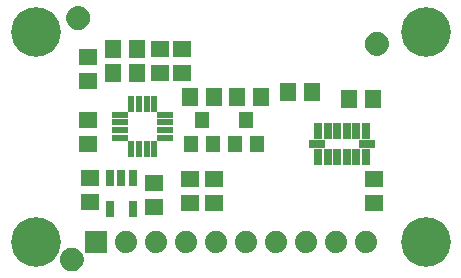
<source format=gbr>
G04 EAGLE Gerber RS-274X export*
G75*
%MOMM*%
%FSLAX34Y34*%
%LPD*%
%INSoldermask Top*%
%IPPOS*%
%AMOC8*
5,1,8,0,0,1.08239X$1,22.5*%
G01*
%ADD10R,1.403200X0.503200*%
%ADD11R,0.503200X1.403200*%
%ADD12R,0.703200X1.403200*%
%ADD13R,1.403200X0.703200*%
%ADD14R,1.503200X1.403200*%
%ADD15R,1.403200X1.503200*%
%ADD16R,0.753200X1.403200*%
%ADD17R,1.203200X1.403200*%
%ADD18R,1.879600X1.879600*%
%ADD19C,1.879600*%
%ADD20C,1.203200*%
%ADD21C,0.500000*%
%ADD22C,4.203200*%


D10*
X-93620Y19180D03*
X-93620Y12680D03*
X-93620Y6180D03*
X-93620Y-320D03*
D11*
X-84370Y-9570D03*
X-77870Y-9570D03*
X-71370Y-9570D03*
X-64870Y-9570D03*
D10*
X-55620Y-320D03*
X-55620Y6180D03*
X-55620Y12680D03*
X-55620Y19180D03*
D11*
X-64870Y28430D03*
X-71370Y28430D03*
X-77870Y28430D03*
X-84370Y28430D03*
D12*
X74110Y5430D03*
X82110Y5430D03*
X90110Y5430D03*
X98110Y5430D03*
X106110Y5430D03*
X114110Y5430D03*
D13*
X115110Y-5570D03*
D12*
X114110Y-16570D03*
X106110Y-16570D03*
X98110Y-16570D03*
X90110Y-16570D03*
X82110Y-16570D03*
X74110Y-16570D03*
D13*
X73110Y-5570D03*
D14*
X-120620Y14590D03*
X-120620Y-5730D03*
X-120620Y47270D03*
X-120620Y67590D03*
X-41620Y74590D03*
X-41620Y54270D03*
X-59620Y74590D03*
X-59620Y54270D03*
D15*
X-99780Y74430D03*
X-79460Y74430D03*
X-79460Y54430D03*
X-99780Y54430D03*
X120540Y32430D03*
X100220Y32430D03*
X68540Y38430D03*
X48220Y38430D03*
D14*
X121380Y-55730D03*
X121380Y-35410D03*
D16*
X-83120Y-34569D03*
X-92620Y-34569D03*
X-102120Y-34569D03*
X-102120Y-60571D03*
X-83120Y-60571D03*
D14*
X-64620Y-38410D03*
X-64620Y-58730D03*
X-119620Y-54730D03*
X-119620Y-34410D03*
X-34620Y-55730D03*
X-34620Y-35410D03*
X-14620Y-55730D03*
X-14620Y-35410D03*
D17*
X12840Y14430D03*
X22340Y-5570D03*
X3340Y-5570D03*
X-24620Y14430D03*
X-15120Y-5570D03*
X-34120Y-5570D03*
D15*
X25540Y34430D03*
X5220Y34430D03*
X-34780Y34430D03*
X-14460Y34430D03*
D18*
X-114300Y-88900D03*
D19*
X-88900Y-88900D03*
X-63500Y-88900D03*
X-38100Y-88900D03*
X-12700Y-88900D03*
X12700Y-88900D03*
X38100Y-88900D03*
X63500Y-88900D03*
X88900Y-88900D03*
X114300Y-88900D03*
D20*
X123680Y79030D03*
D21*
X123680Y86530D02*
X123499Y86528D01*
X123318Y86521D01*
X123137Y86510D01*
X122956Y86495D01*
X122776Y86475D01*
X122596Y86451D01*
X122417Y86423D01*
X122239Y86390D01*
X122062Y86353D01*
X121885Y86312D01*
X121710Y86267D01*
X121535Y86217D01*
X121362Y86163D01*
X121191Y86105D01*
X121020Y86043D01*
X120852Y85976D01*
X120685Y85906D01*
X120519Y85832D01*
X120356Y85753D01*
X120195Y85671D01*
X120035Y85585D01*
X119878Y85495D01*
X119723Y85401D01*
X119570Y85304D01*
X119420Y85202D01*
X119272Y85098D01*
X119126Y84989D01*
X118984Y84878D01*
X118844Y84762D01*
X118707Y84644D01*
X118572Y84522D01*
X118441Y84397D01*
X118313Y84269D01*
X118188Y84138D01*
X118066Y84003D01*
X117948Y83866D01*
X117832Y83726D01*
X117721Y83584D01*
X117612Y83438D01*
X117508Y83290D01*
X117406Y83140D01*
X117309Y82987D01*
X117215Y82832D01*
X117125Y82675D01*
X117039Y82515D01*
X116957Y82354D01*
X116878Y82191D01*
X116804Y82025D01*
X116734Y81858D01*
X116667Y81690D01*
X116605Y81519D01*
X116547Y81348D01*
X116493Y81175D01*
X116443Y81000D01*
X116398Y80825D01*
X116357Y80648D01*
X116320Y80471D01*
X116287Y80293D01*
X116259Y80114D01*
X116235Y79934D01*
X116215Y79754D01*
X116200Y79573D01*
X116189Y79392D01*
X116182Y79211D01*
X116180Y79030D01*
X123680Y86530D02*
X123861Y86528D01*
X124042Y86521D01*
X124223Y86510D01*
X124404Y86495D01*
X124584Y86475D01*
X124764Y86451D01*
X124943Y86423D01*
X125121Y86390D01*
X125298Y86353D01*
X125475Y86312D01*
X125650Y86267D01*
X125825Y86217D01*
X125998Y86163D01*
X126169Y86105D01*
X126340Y86043D01*
X126508Y85976D01*
X126675Y85906D01*
X126841Y85832D01*
X127004Y85753D01*
X127165Y85671D01*
X127325Y85585D01*
X127482Y85495D01*
X127637Y85401D01*
X127790Y85304D01*
X127940Y85202D01*
X128088Y85098D01*
X128234Y84989D01*
X128376Y84878D01*
X128516Y84762D01*
X128653Y84644D01*
X128788Y84522D01*
X128919Y84397D01*
X129047Y84269D01*
X129172Y84138D01*
X129294Y84003D01*
X129412Y83866D01*
X129528Y83726D01*
X129639Y83584D01*
X129748Y83438D01*
X129852Y83290D01*
X129954Y83140D01*
X130051Y82987D01*
X130145Y82832D01*
X130235Y82675D01*
X130321Y82515D01*
X130403Y82354D01*
X130482Y82191D01*
X130556Y82025D01*
X130626Y81858D01*
X130693Y81690D01*
X130755Y81519D01*
X130813Y81348D01*
X130867Y81175D01*
X130917Y81000D01*
X130962Y80825D01*
X131003Y80648D01*
X131040Y80471D01*
X131073Y80293D01*
X131101Y80114D01*
X131125Y79934D01*
X131145Y79754D01*
X131160Y79573D01*
X131171Y79392D01*
X131178Y79211D01*
X131180Y79030D01*
X131178Y78849D01*
X131171Y78668D01*
X131160Y78487D01*
X131145Y78306D01*
X131125Y78126D01*
X131101Y77946D01*
X131073Y77767D01*
X131040Y77589D01*
X131003Y77412D01*
X130962Y77235D01*
X130917Y77060D01*
X130867Y76885D01*
X130813Y76712D01*
X130755Y76541D01*
X130693Y76370D01*
X130626Y76202D01*
X130556Y76035D01*
X130482Y75869D01*
X130403Y75706D01*
X130321Y75545D01*
X130235Y75385D01*
X130145Y75228D01*
X130051Y75073D01*
X129954Y74920D01*
X129852Y74770D01*
X129748Y74622D01*
X129639Y74476D01*
X129528Y74334D01*
X129412Y74194D01*
X129294Y74057D01*
X129172Y73922D01*
X129047Y73791D01*
X128919Y73663D01*
X128788Y73538D01*
X128653Y73416D01*
X128516Y73298D01*
X128376Y73182D01*
X128234Y73071D01*
X128088Y72962D01*
X127940Y72858D01*
X127790Y72756D01*
X127637Y72659D01*
X127482Y72565D01*
X127325Y72475D01*
X127165Y72389D01*
X127004Y72307D01*
X126841Y72228D01*
X126675Y72154D01*
X126508Y72084D01*
X126340Y72017D01*
X126169Y71955D01*
X125998Y71897D01*
X125825Y71843D01*
X125650Y71793D01*
X125475Y71748D01*
X125298Y71707D01*
X125121Y71670D01*
X124943Y71637D01*
X124764Y71609D01*
X124584Y71585D01*
X124404Y71565D01*
X124223Y71550D01*
X124042Y71539D01*
X123861Y71532D01*
X123680Y71530D01*
X123499Y71532D01*
X123318Y71539D01*
X123137Y71550D01*
X122956Y71565D01*
X122776Y71585D01*
X122596Y71609D01*
X122417Y71637D01*
X122239Y71670D01*
X122062Y71707D01*
X121885Y71748D01*
X121710Y71793D01*
X121535Y71843D01*
X121362Y71897D01*
X121191Y71955D01*
X121020Y72017D01*
X120852Y72084D01*
X120685Y72154D01*
X120519Y72228D01*
X120356Y72307D01*
X120195Y72389D01*
X120035Y72475D01*
X119878Y72565D01*
X119723Y72659D01*
X119570Y72756D01*
X119420Y72858D01*
X119272Y72962D01*
X119126Y73071D01*
X118984Y73182D01*
X118844Y73298D01*
X118707Y73416D01*
X118572Y73538D01*
X118441Y73663D01*
X118313Y73791D01*
X118188Y73922D01*
X118066Y74057D01*
X117948Y74194D01*
X117832Y74334D01*
X117721Y74476D01*
X117612Y74622D01*
X117508Y74770D01*
X117406Y74920D01*
X117309Y75073D01*
X117215Y75228D01*
X117125Y75385D01*
X117039Y75545D01*
X116957Y75706D01*
X116878Y75869D01*
X116804Y76035D01*
X116734Y76202D01*
X116667Y76370D01*
X116605Y76541D01*
X116547Y76712D01*
X116493Y76885D01*
X116443Y77060D01*
X116398Y77235D01*
X116357Y77412D01*
X116320Y77589D01*
X116287Y77767D01*
X116259Y77946D01*
X116235Y78126D01*
X116215Y78306D01*
X116200Y78487D01*
X116189Y78668D01*
X116182Y78849D01*
X116180Y79030D01*
D20*
X-134620Y-103570D03*
D21*
X-134620Y-96070D02*
X-134801Y-96072D01*
X-134982Y-96079D01*
X-135163Y-96090D01*
X-135344Y-96105D01*
X-135524Y-96125D01*
X-135704Y-96149D01*
X-135883Y-96177D01*
X-136061Y-96210D01*
X-136238Y-96247D01*
X-136415Y-96288D01*
X-136590Y-96333D01*
X-136765Y-96383D01*
X-136938Y-96437D01*
X-137109Y-96495D01*
X-137280Y-96557D01*
X-137448Y-96624D01*
X-137615Y-96694D01*
X-137781Y-96768D01*
X-137944Y-96847D01*
X-138105Y-96929D01*
X-138265Y-97015D01*
X-138422Y-97105D01*
X-138577Y-97199D01*
X-138730Y-97296D01*
X-138880Y-97398D01*
X-139028Y-97502D01*
X-139174Y-97611D01*
X-139316Y-97722D01*
X-139456Y-97838D01*
X-139593Y-97956D01*
X-139728Y-98078D01*
X-139859Y-98203D01*
X-139987Y-98331D01*
X-140112Y-98462D01*
X-140234Y-98597D01*
X-140352Y-98734D01*
X-140468Y-98874D01*
X-140579Y-99016D01*
X-140688Y-99162D01*
X-140792Y-99310D01*
X-140894Y-99460D01*
X-140991Y-99613D01*
X-141085Y-99768D01*
X-141175Y-99925D01*
X-141261Y-100085D01*
X-141343Y-100246D01*
X-141422Y-100409D01*
X-141496Y-100575D01*
X-141566Y-100742D01*
X-141633Y-100910D01*
X-141695Y-101081D01*
X-141753Y-101252D01*
X-141807Y-101425D01*
X-141857Y-101600D01*
X-141902Y-101775D01*
X-141943Y-101952D01*
X-141980Y-102129D01*
X-142013Y-102307D01*
X-142041Y-102486D01*
X-142065Y-102666D01*
X-142085Y-102846D01*
X-142100Y-103027D01*
X-142111Y-103208D01*
X-142118Y-103389D01*
X-142120Y-103570D01*
X-134620Y-96070D02*
X-134439Y-96072D01*
X-134258Y-96079D01*
X-134077Y-96090D01*
X-133896Y-96105D01*
X-133716Y-96125D01*
X-133536Y-96149D01*
X-133357Y-96177D01*
X-133179Y-96210D01*
X-133002Y-96247D01*
X-132825Y-96288D01*
X-132650Y-96333D01*
X-132475Y-96383D01*
X-132302Y-96437D01*
X-132131Y-96495D01*
X-131960Y-96557D01*
X-131792Y-96624D01*
X-131625Y-96694D01*
X-131459Y-96768D01*
X-131296Y-96847D01*
X-131135Y-96929D01*
X-130975Y-97015D01*
X-130818Y-97105D01*
X-130663Y-97199D01*
X-130510Y-97296D01*
X-130360Y-97398D01*
X-130212Y-97502D01*
X-130066Y-97611D01*
X-129924Y-97722D01*
X-129784Y-97838D01*
X-129647Y-97956D01*
X-129512Y-98078D01*
X-129381Y-98203D01*
X-129253Y-98331D01*
X-129128Y-98462D01*
X-129006Y-98597D01*
X-128888Y-98734D01*
X-128772Y-98874D01*
X-128661Y-99016D01*
X-128552Y-99162D01*
X-128448Y-99310D01*
X-128346Y-99460D01*
X-128249Y-99613D01*
X-128155Y-99768D01*
X-128065Y-99925D01*
X-127979Y-100085D01*
X-127897Y-100246D01*
X-127818Y-100409D01*
X-127744Y-100575D01*
X-127674Y-100742D01*
X-127607Y-100910D01*
X-127545Y-101081D01*
X-127487Y-101252D01*
X-127433Y-101425D01*
X-127383Y-101600D01*
X-127338Y-101775D01*
X-127297Y-101952D01*
X-127260Y-102129D01*
X-127227Y-102307D01*
X-127199Y-102486D01*
X-127175Y-102666D01*
X-127155Y-102846D01*
X-127140Y-103027D01*
X-127129Y-103208D01*
X-127122Y-103389D01*
X-127120Y-103570D01*
X-127122Y-103751D01*
X-127129Y-103932D01*
X-127140Y-104113D01*
X-127155Y-104294D01*
X-127175Y-104474D01*
X-127199Y-104654D01*
X-127227Y-104833D01*
X-127260Y-105011D01*
X-127297Y-105188D01*
X-127338Y-105365D01*
X-127383Y-105540D01*
X-127433Y-105715D01*
X-127487Y-105888D01*
X-127545Y-106059D01*
X-127607Y-106230D01*
X-127674Y-106398D01*
X-127744Y-106565D01*
X-127818Y-106731D01*
X-127897Y-106894D01*
X-127979Y-107055D01*
X-128065Y-107215D01*
X-128155Y-107372D01*
X-128249Y-107527D01*
X-128346Y-107680D01*
X-128448Y-107830D01*
X-128552Y-107978D01*
X-128661Y-108124D01*
X-128772Y-108266D01*
X-128888Y-108406D01*
X-129006Y-108543D01*
X-129128Y-108678D01*
X-129253Y-108809D01*
X-129381Y-108937D01*
X-129512Y-109062D01*
X-129647Y-109184D01*
X-129784Y-109302D01*
X-129924Y-109418D01*
X-130066Y-109529D01*
X-130212Y-109638D01*
X-130360Y-109742D01*
X-130510Y-109844D01*
X-130663Y-109941D01*
X-130818Y-110035D01*
X-130975Y-110125D01*
X-131135Y-110211D01*
X-131296Y-110293D01*
X-131459Y-110372D01*
X-131625Y-110446D01*
X-131792Y-110516D01*
X-131960Y-110583D01*
X-132131Y-110645D01*
X-132302Y-110703D01*
X-132475Y-110757D01*
X-132650Y-110807D01*
X-132825Y-110852D01*
X-133002Y-110893D01*
X-133179Y-110930D01*
X-133357Y-110963D01*
X-133536Y-110991D01*
X-133716Y-111015D01*
X-133896Y-111035D01*
X-134077Y-111050D01*
X-134258Y-111061D01*
X-134439Y-111068D01*
X-134620Y-111070D01*
X-134801Y-111068D01*
X-134982Y-111061D01*
X-135163Y-111050D01*
X-135344Y-111035D01*
X-135524Y-111015D01*
X-135704Y-110991D01*
X-135883Y-110963D01*
X-136061Y-110930D01*
X-136238Y-110893D01*
X-136415Y-110852D01*
X-136590Y-110807D01*
X-136765Y-110757D01*
X-136938Y-110703D01*
X-137109Y-110645D01*
X-137280Y-110583D01*
X-137448Y-110516D01*
X-137615Y-110446D01*
X-137781Y-110372D01*
X-137944Y-110293D01*
X-138105Y-110211D01*
X-138265Y-110125D01*
X-138422Y-110035D01*
X-138577Y-109941D01*
X-138730Y-109844D01*
X-138880Y-109742D01*
X-139028Y-109638D01*
X-139174Y-109529D01*
X-139316Y-109418D01*
X-139456Y-109302D01*
X-139593Y-109184D01*
X-139728Y-109062D01*
X-139859Y-108937D01*
X-139987Y-108809D01*
X-140112Y-108678D01*
X-140234Y-108543D01*
X-140352Y-108406D01*
X-140468Y-108266D01*
X-140579Y-108124D01*
X-140688Y-107978D01*
X-140792Y-107830D01*
X-140894Y-107680D01*
X-140991Y-107527D01*
X-141085Y-107372D01*
X-141175Y-107215D01*
X-141261Y-107055D01*
X-141343Y-106894D01*
X-141422Y-106731D01*
X-141496Y-106565D01*
X-141566Y-106398D01*
X-141633Y-106230D01*
X-141695Y-106059D01*
X-141753Y-105888D01*
X-141807Y-105715D01*
X-141857Y-105540D01*
X-141902Y-105365D01*
X-141943Y-105188D01*
X-141980Y-105011D01*
X-142013Y-104833D01*
X-142041Y-104654D01*
X-142065Y-104474D01*
X-142085Y-104294D01*
X-142100Y-104113D01*
X-142111Y-103932D01*
X-142118Y-103751D01*
X-142120Y-103570D01*
D22*
X165100Y-88900D03*
X165100Y88900D03*
X-165100Y88900D03*
X-165100Y-88900D03*
D20*
X-129270Y100870D03*
D21*
X-129270Y108370D02*
X-129451Y108368D01*
X-129632Y108361D01*
X-129813Y108350D01*
X-129994Y108335D01*
X-130174Y108315D01*
X-130354Y108291D01*
X-130533Y108263D01*
X-130711Y108230D01*
X-130888Y108193D01*
X-131065Y108152D01*
X-131240Y108107D01*
X-131415Y108057D01*
X-131588Y108003D01*
X-131759Y107945D01*
X-131930Y107883D01*
X-132098Y107816D01*
X-132265Y107746D01*
X-132431Y107672D01*
X-132594Y107593D01*
X-132755Y107511D01*
X-132915Y107425D01*
X-133072Y107335D01*
X-133227Y107241D01*
X-133380Y107144D01*
X-133530Y107042D01*
X-133678Y106938D01*
X-133824Y106829D01*
X-133966Y106718D01*
X-134106Y106602D01*
X-134243Y106484D01*
X-134378Y106362D01*
X-134509Y106237D01*
X-134637Y106109D01*
X-134762Y105978D01*
X-134884Y105843D01*
X-135002Y105706D01*
X-135118Y105566D01*
X-135229Y105424D01*
X-135338Y105278D01*
X-135442Y105130D01*
X-135544Y104980D01*
X-135641Y104827D01*
X-135735Y104672D01*
X-135825Y104515D01*
X-135911Y104355D01*
X-135993Y104194D01*
X-136072Y104031D01*
X-136146Y103865D01*
X-136216Y103698D01*
X-136283Y103530D01*
X-136345Y103359D01*
X-136403Y103188D01*
X-136457Y103015D01*
X-136507Y102840D01*
X-136552Y102665D01*
X-136593Y102488D01*
X-136630Y102311D01*
X-136663Y102133D01*
X-136691Y101954D01*
X-136715Y101774D01*
X-136735Y101594D01*
X-136750Y101413D01*
X-136761Y101232D01*
X-136768Y101051D01*
X-136770Y100870D01*
X-129270Y108370D02*
X-129089Y108368D01*
X-128908Y108361D01*
X-128727Y108350D01*
X-128546Y108335D01*
X-128366Y108315D01*
X-128186Y108291D01*
X-128007Y108263D01*
X-127829Y108230D01*
X-127652Y108193D01*
X-127475Y108152D01*
X-127300Y108107D01*
X-127125Y108057D01*
X-126952Y108003D01*
X-126781Y107945D01*
X-126610Y107883D01*
X-126442Y107816D01*
X-126275Y107746D01*
X-126109Y107672D01*
X-125946Y107593D01*
X-125785Y107511D01*
X-125625Y107425D01*
X-125468Y107335D01*
X-125313Y107241D01*
X-125160Y107144D01*
X-125010Y107042D01*
X-124862Y106938D01*
X-124716Y106829D01*
X-124574Y106718D01*
X-124434Y106602D01*
X-124297Y106484D01*
X-124162Y106362D01*
X-124031Y106237D01*
X-123903Y106109D01*
X-123778Y105978D01*
X-123656Y105843D01*
X-123538Y105706D01*
X-123422Y105566D01*
X-123311Y105424D01*
X-123202Y105278D01*
X-123098Y105130D01*
X-122996Y104980D01*
X-122899Y104827D01*
X-122805Y104672D01*
X-122715Y104515D01*
X-122629Y104355D01*
X-122547Y104194D01*
X-122468Y104031D01*
X-122394Y103865D01*
X-122324Y103698D01*
X-122257Y103530D01*
X-122195Y103359D01*
X-122137Y103188D01*
X-122083Y103015D01*
X-122033Y102840D01*
X-121988Y102665D01*
X-121947Y102488D01*
X-121910Y102311D01*
X-121877Y102133D01*
X-121849Y101954D01*
X-121825Y101774D01*
X-121805Y101594D01*
X-121790Y101413D01*
X-121779Y101232D01*
X-121772Y101051D01*
X-121770Y100870D01*
X-121772Y100689D01*
X-121779Y100508D01*
X-121790Y100327D01*
X-121805Y100146D01*
X-121825Y99966D01*
X-121849Y99786D01*
X-121877Y99607D01*
X-121910Y99429D01*
X-121947Y99252D01*
X-121988Y99075D01*
X-122033Y98900D01*
X-122083Y98725D01*
X-122137Y98552D01*
X-122195Y98381D01*
X-122257Y98210D01*
X-122324Y98042D01*
X-122394Y97875D01*
X-122468Y97709D01*
X-122547Y97546D01*
X-122629Y97385D01*
X-122715Y97225D01*
X-122805Y97068D01*
X-122899Y96913D01*
X-122996Y96760D01*
X-123098Y96610D01*
X-123202Y96462D01*
X-123311Y96316D01*
X-123422Y96174D01*
X-123538Y96034D01*
X-123656Y95897D01*
X-123778Y95762D01*
X-123903Y95631D01*
X-124031Y95503D01*
X-124162Y95378D01*
X-124297Y95256D01*
X-124434Y95138D01*
X-124574Y95022D01*
X-124716Y94911D01*
X-124862Y94802D01*
X-125010Y94698D01*
X-125160Y94596D01*
X-125313Y94499D01*
X-125468Y94405D01*
X-125625Y94315D01*
X-125785Y94229D01*
X-125946Y94147D01*
X-126109Y94068D01*
X-126275Y93994D01*
X-126442Y93924D01*
X-126610Y93857D01*
X-126781Y93795D01*
X-126952Y93737D01*
X-127125Y93683D01*
X-127300Y93633D01*
X-127475Y93588D01*
X-127652Y93547D01*
X-127829Y93510D01*
X-128007Y93477D01*
X-128186Y93449D01*
X-128366Y93425D01*
X-128546Y93405D01*
X-128727Y93390D01*
X-128908Y93379D01*
X-129089Y93372D01*
X-129270Y93370D01*
X-129451Y93372D01*
X-129632Y93379D01*
X-129813Y93390D01*
X-129994Y93405D01*
X-130174Y93425D01*
X-130354Y93449D01*
X-130533Y93477D01*
X-130711Y93510D01*
X-130888Y93547D01*
X-131065Y93588D01*
X-131240Y93633D01*
X-131415Y93683D01*
X-131588Y93737D01*
X-131759Y93795D01*
X-131930Y93857D01*
X-132098Y93924D01*
X-132265Y93994D01*
X-132431Y94068D01*
X-132594Y94147D01*
X-132755Y94229D01*
X-132915Y94315D01*
X-133072Y94405D01*
X-133227Y94499D01*
X-133380Y94596D01*
X-133530Y94698D01*
X-133678Y94802D01*
X-133824Y94911D01*
X-133966Y95022D01*
X-134106Y95138D01*
X-134243Y95256D01*
X-134378Y95378D01*
X-134509Y95503D01*
X-134637Y95631D01*
X-134762Y95762D01*
X-134884Y95897D01*
X-135002Y96034D01*
X-135118Y96174D01*
X-135229Y96316D01*
X-135338Y96462D01*
X-135442Y96610D01*
X-135544Y96760D01*
X-135641Y96913D01*
X-135735Y97068D01*
X-135825Y97225D01*
X-135911Y97385D01*
X-135993Y97546D01*
X-136072Y97709D01*
X-136146Y97875D01*
X-136216Y98042D01*
X-136283Y98210D01*
X-136345Y98381D01*
X-136403Y98552D01*
X-136457Y98725D01*
X-136507Y98900D01*
X-136552Y99075D01*
X-136593Y99252D01*
X-136630Y99429D01*
X-136663Y99607D01*
X-136691Y99786D01*
X-136715Y99966D01*
X-136735Y100146D01*
X-136750Y100327D01*
X-136761Y100508D01*
X-136768Y100689D01*
X-136770Y100870D01*
M02*

</source>
